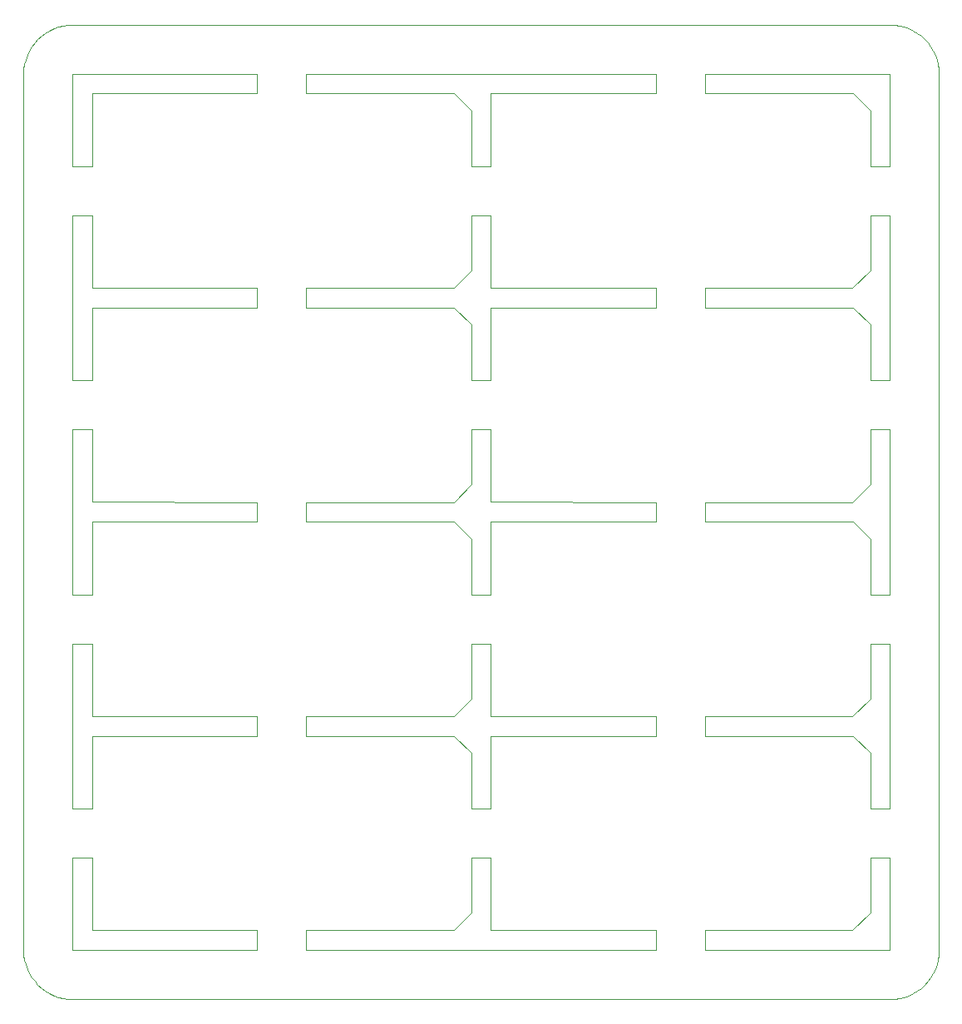
<source format=gbr>
%TF.GenerationSoftware,KiCad,Pcbnew,7.0.2*%
%TF.CreationDate,2023-05-26T21:55:48+09:00*%
%TF.ProjectId,kikit,6b696b69-742e-46b6-9963-61645f706362,rev?*%
%TF.SameCoordinates,Original*%
%TF.FileFunction,Profile,NP*%
%FSLAX46Y46*%
G04 Gerber Fmt 4.6, Leading zero omitted, Abs format (unit mm)*
G04 Created by KiCad (PCBNEW 7.0.2) date 2023-05-26 21:55:48*
%MOMM*%
%LPD*%
G01*
G04 APERTURE LIST*
%TA.AperFunction,Profile*%
%ADD10C,0.100000*%
%TD*%
G04 APERTURE END LIST*
D10*
X188110891Y-45007436D02*
X188110891Y-39397552D01*
X190110891Y-119180416D02*
X190600976Y-119156339D01*
X171305445Y-68586740D02*
X186321495Y-68590208D01*
X193282857Y-21134947D02*
X192888742Y-20842651D01*
X105913657Y-20096073D02*
X105437685Y-20215298D01*
X166305445Y-27000000D02*
X149500000Y-27000000D01*
X190600976Y-119156339D02*
X191086342Y-119084342D01*
X130694554Y-92385312D02*
X130694554Y-91385312D01*
X147500000Y-50547704D02*
X145747400Y-48795104D01*
X193282857Y-118045468D02*
X193646424Y-117715949D01*
X147500000Y-99782864D02*
X147500000Y-94137912D01*
X188110891Y-104782864D02*
X190110891Y-104782864D01*
X166305445Y-90380689D02*
X166305445Y-91385312D01*
X191562314Y-118965117D02*
X192024308Y-118799813D01*
X195014817Y-115155867D02*
X195086814Y-114670501D01*
X188110891Y-50547704D02*
X186358291Y-48795104D01*
X166305445Y-91385312D02*
X166305445Y-92385312D01*
X195014817Y-24024548D02*
X194895592Y-23548576D01*
X190110891Y-56192656D02*
X188110891Y-56192656D01*
X149500000Y-104782864D02*
X149500000Y-112171912D01*
X171305445Y-46791636D02*
X186321495Y-46795104D01*
X145710604Y-46795104D02*
X147500000Y-45007436D01*
X102104407Y-115631839D02*
X102269711Y-116093833D01*
X149500000Y-77987760D02*
X148500000Y-77987760D01*
X149500000Y-112171912D02*
X166305445Y-112175793D01*
X193646424Y-117715949D02*
X193975943Y-117352382D01*
X108889109Y-90376808D02*
X125694554Y-90380689D01*
X190110891Y-114180416D02*
X171305445Y-114180416D01*
X194520497Y-116537399D02*
X194730288Y-116093833D01*
X101889109Y-25000000D02*
X101889109Y-114180416D01*
X188110891Y-72342808D02*
X186358291Y-70590208D01*
X195086814Y-114670501D02*
X195110891Y-114180416D01*
X125694554Y-92385312D02*
X125694554Y-92385312D01*
X101985182Y-115155867D02*
X102104407Y-115631839D01*
X145710604Y-90385312D02*
X147500000Y-88597644D01*
X190110891Y-77987760D02*
X188110891Y-77987760D01*
X125694554Y-112175793D02*
X125694554Y-114180416D01*
X108889109Y-99782864D02*
X106889109Y-99782864D01*
X106889109Y-119180416D02*
X190110891Y-119180416D01*
X125694554Y-90380689D02*
X125694554Y-91385312D01*
X101889109Y-114180416D02*
X101913185Y-114670501D01*
X145747400Y-27000000D02*
X130694554Y-27000000D01*
X147500000Y-39397552D02*
X148500000Y-39397552D01*
X166305445Y-114180416D02*
X130694554Y-114180416D01*
X104532125Y-118590022D02*
X104975691Y-118799813D01*
X101913185Y-114670501D02*
X101985182Y-115155867D01*
X188110891Y-77987760D02*
X188110891Y-72342808D01*
X149500000Y-92385312D02*
X149500000Y-99782864D01*
X188110891Y-39397552D02*
X190110891Y-39397552D01*
X186321495Y-112180416D02*
X188110891Y-110392748D01*
X149500000Y-70590208D02*
X149500000Y-77987760D01*
X149500000Y-46786600D02*
X166305445Y-46790481D01*
X147500000Y-104782864D02*
X148500000Y-104782864D01*
X149500000Y-27000000D02*
X149500000Y-34397552D01*
X130694554Y-46791636D02*
X145710604Y-46795104D01*
X186358291Y-48795104D02*
X171305445Y-48795104D01*
X188110891Y-34397552D02*
X188110891Y-28752600D01*
X106889109Y-56192656D02*
X106889109Y-39397552D01*
X103024056Y-21828033D02*
X102731760Y-22222148D01*
X104111257Y-118337764D02*
X104532125Y-118590022D01*
X149500000Y-82987760D02*
X149500000Y-90376808D01*
X195110891Y-114180416D02*
X195110891Y-25000000D01*
X166305445Y-70590208D02*
X149500000Y-70590208D01*
X106889109Y-34397552D02*
X106889109Y-25000000D01*
X105437685Y-118965117D02*
X105913657Y-119084342D01*
X166305445Y-46790481D02*
X166305445Y-47795104D01*
X166305445Y-48795104D02*
X149500000Y-48795104D01*
X145747400Y-92385312D02*
X130694554Y-92385312D01*
X130694554Y-68586740D02*
X130694554Y-68586740D01*
X190110891Y-104782864D02*
X190110891Y-114180416D01*
X105437685Y-20215298D02*
X104975691Y-20380602D01*
X190600976Y-20024076D02*
X190110891Y-20000000D01*
X147500000Y-61192656D02*
X148500000Y-61192656D01*
X171305445Y-48795104D02*
X171305445Y-47795104D01*
X166305445Y-25000000D02*
X166305445Y-27000000D01*
X186358291Y-92385312D02*
X171305445Y-92385312D01*
X190110891Y-104782864D02*
X190110891Y-104782864D01*
X194895592Y-23548576D02*
X194730288Y-23086582D01*
X149500000Y-56192656D02*
X148500000Y-56192656D01*
X130694554Y-91385312D02*
X130694554Y-90381844D01*
X171305445Y-91385312D02*
X171305445Y-90381844D01*
X188110891Y-110392748D02*
X188110891Y-104782864D01*
X106399023Y-20024076D02*
X105913657Y-20096073D01*
X190110891Y-61192656D02*
X190110891Y-77987760D01*
X193975943Y-117352382D02*
X194268239Y-116958267D01*
X194520497Y-22643016D02*
X194268239Y-22222148D01*
X195086814Y-24509914D02*
X195014817Y-24024548D01*
X171305445Y-25000000D02*
X171305445Y-25000000D01*
X130694554Y-46791636D02*
X130694554Y-46791636D01*
X125694554Y-69590208D02*
X125694554Y-70590208D01*
X104111257Y-20842651D02*
X103717142Y-21134947D01*
X188110891Y-56192656D02*
X188110891Y-50547704D01*
X147500000Y-45007436D02*
X147500000Y-39397552D01*
X130694554Y-90381844D02*
X145710604Y-90385312D01*
X194895592Y-115631839D02*
X195014817Y-115155867D01*
X186358291Y-27000000D02*
X171305445Y-27000000D01*
X108889109Y-112171912D02*
X125694554Y-112175793D01*
X194268239Y-22222148D02*
X193975943Y-21828033D01*
X171305445Y-91385312D02*
X171305445Y-91385312D01*
X191086342Y-20096073D02*
X190600976Y-20024076D01*
X130694554Y-68586740D02*
X145710604Y-68590208D01*
X108889109Y-34397552D02*
X106889109Y-34397552D01*
X192467874Y-20590393D02*
X192024308Y-20380602D01*
X125694554Y-92385312D02*
X108889109Y-92385312D01*
X145710604Y-68590208D02*
X147500000Y-66802540D01*
X130694554Y-112176948D02*
X145710604Y-112180416D01*
X103353575Y-117715949D02*
X103717142Y-118045468D01*
X106889109Y-114180416D02*
X106889109Y-114180416D01*
X106889109Y-104782864D02*
X108889109Y-104782864D01*
X171305445Y-27000000D02*
X171305445Y-25000000D01*
X125694554Y-114180416D02*
X106889109Y-114180416D01*
X171305445Y-70590208D02*
X171305445Y-69590208D01*
X147500000Y-77987760D02*
X147500000Y-72342808D01*
X130694554Y-69590208D02*
X130694554Y-68586740D01*
X106889109Y-20000000D02*
X106399023Y-20024076D01*
X104975691Y-118799813D02*
X105437685Y-118965117D01*
X108889109Y-77987760D02*
X106889109Y-77987760D01*
X192024308Y-118799813D02*
X192467874Y-118590022D01*
X190110891Y-99782864D02*
X188110891Y-99782864D01*
X108889109Y-68581704D02*
X125694554Y-68585585D01*
X104975691Y-20380602D02*
X104532125Y-20590393D01*
X171305445Y-114180416D02*
X171305445Y-112176948D01*
X166305445Y-47795104D02*
X166305445Y-48795104D01*
X103353575Y-21464466D02*
X103024056Y-21828033D01*
X108889109Y-82987760D02*
X108889109Y-90376808D01*
X104532125Y-20590393D02*
X104111257Y-20842651D01*
X186358291Y-70590208D02*
X171305445Y-70590208D01*
X195110891Y-25000000D02*
X195086814Y-24509914D01*
X149500000Y-90376808D02*
X166305445Y-90380689D01*
X108889109Y-27000000D02*
X108889109Y-34397552D01*
X148500000Y-61192656D02*
X149500000Y-61192656D01*
X145747400Y-48795104D02*
X130694554Y-48795104D01*
X108889109Y-104782864D02*
X108889109Y-112171912D01*
X125694554Y-25000000D02*
X125694554Y-27000000D01*
X148500000Y-104782864D02*
X149500000Y-104782864D01*
X171305445Y-47795104D02*
X171305445Y-46791636D01*
X102479502Y-116537399D02*
X102731760Y-116958267D01*
X147500000Y-72342808D02*
X145747400Y-70590208D01*
X130694554Y-48795104D02*
X130694554Y-47795104D01*
X148500000Y-104782864D02*
X148500000Y-104782864D01*
X149500000Y-34397552D02*
X148500000Y-34397552D01*
X171305445Y-112176948D02*
X186321495Y-112180416D01*
X195014817Y-24024548D02*
X195014817Y-24024548D01*
X171305445Y-69590208D02*
X171305445Y-68586740D01*
X108889109Y-70590208D02*
X108889109Y-77987760D01*
X148500000Y-99782864D02*
X147500000Y-99782864D01*
X171305445Y-47795104D02*
X171305445Y-47795104D01*
X188110891Y-82987760D02*
X190110891Y-82987760D01*
X149500000Y-39397552D02*
X149500000Y-46786600D01*
X186321495Y-90385312D02*
X188110891Y-88597644D01*
X108889109Y-48795104D02*
X108889109Y-56192656D01*
X191086342Y-119084342D02*
X191562314Y-118965117D01*
X102269711Y-116093833D02*
X102479502Y-116537399D01*
X125694554Y-27000000D02*
X108889109Y-27000000D01*
X149500000Y-68581704D02*
X166305445Y-68585585D01*
X130694554Y-47795104D02*
X130694554Y-46791636D01*
X147500000Y-56192656D02*
X147500000Y-50547704D01*
X130694554Y-114180416D02*
X130694554Y-112176948D01*
X125694554Y-47795104D02*
X125694554Y-48795104D01*
X149500000Y-48795104D02*
X149500000Y-56192656D01*
X148500000Y-39397552D02*
X149500000Y-39397552D01*
X149500000Y-61192656D02*
X149500000Y-68581704D01*
X194268239Y-116958267D02*
X194520497Y-116537399D01*
X188110891Y-94137912D02*
X186358291Y-92385312D01*
X192888742Y-118337764D02*
X193282857Y-118045468D01*
X190110891Y-25000000D02*
X190110891Y-34397552D01*
X166305445Y-68585585D02*
X166305445Y-69590208D01*
X103717142Y-21134947D02*
X103353575Y-21464466D01*
X103717142Y-118045468D02*
X104111257Y-118337764D01*
X190110891Y-82987760D02*
X190110891Y-99782864D01*
X106889109Y-99782864D02*
X106889109Y-82987760D01*
X125694554Y-68585585D02*
X125694554Y-69590208D01*
X102731760Y-22222148D02*
X102479502Y-22643016D01*
X193975943Y-21828033D02*
X193646424Y-21464466D01*
X147500000Y-66802540D02*
X147500000Y-61192656D01*
X188110891Y-28752600D02*
X186358291Y-27000000D01*
X125694554Y-48795104D02*
X125694554Y-48795104D01*
X102269711Y-23086582D02*
X102104407Y-23548576D01*
X130694554Y-70590208D02*
X130694554Y-69590208D01*
X102731760Y-116958267D02*
X103024056Y-117352382D01*
X171305445Y-25000000D02*
X190110891Y-25000000D01*
X106889109Y-25000000D02*
X125694554Y-25000000D01*
X106889109Y-82987760D02*
X108889109Y-82987760D01*
X102479502Y-22643016D02*
X102269711Y-23086582D01*
X171305445Y-92385312D02*
X171305445Y-91385312D01*
X148500000Y-56192656D02*
X147500000Y-56192656D01*
X130694554Y-25000000D02*
X166305445Y-25000000D01*
X148500000Y-77987760D02*
X147500000Y-77987760D01*
X147500000Y-28752600D02*
X145747400Y-27000000D01*
X171305445Y-90381844D02*
X186321495Y-90385312D01*
X191562314Y-20215298D02*
X191086342Y-20096073D01*
X145710604Y-112180416D02*
X147500000Y-110392748D01*
X105913657Y-119084342D02*
X106399023Y-119156339D01*
X149500000Y-99782864D02*
X148500000Y-99782864D01*
X108889109Y-92385312D02*
X108889109Y-99782864D01*
X101913185Y-24509914D02*
X101889109Y-25000000D01*
X192467874Y-118590022D02*
X192888742Y-118337764D01*
X188110891Y-66802540D02*
X188110891Y-61192656D01*
X130694554Y-27000000D02*
X130694554Y-25000000D01*
X188110891Y-88597644D02*
X188110891Y-82987760D01*
X147500000Y-34397552D02*
X147500000Y-28752600D01*
X108889109Y-61192656D02*
X108889109Y-68581704D01*
X192888742Y-20842651D02*
X192467874Y-20590393D01*
X102104407Y-23548576D02*
X101985182Y-24024548D01*
X125694554Y-48795104D02*
X108889109Y-48795104D01*
X190110891Y-34397552D02*
X188110891Y-34397552D01*
X171305445Y-69590208D02*
X171305445Y-69590208D01*
X188110891Y-61192656D02*
X190110891Y-61192656D01*
X101985182Y-24024548D02*
X101913185Y-24509914D01*
X108889109Y-56192656D02*
X106889109Y-56192656D01*
X194730288Y-23086582D02*
X194520497Y-22643016D01*
X194730288Y-116093833D02*
X194895592Y-115631839D01*
X166305445Y-112175793D02*
X166305445Y-114180416D01*
X193646424Y-21464466D02*
X193282857Y-21134947D01*
X147500000Y-88597644D02*
X147500000Y-82987760D01*
X125694554Y-70590208D02*
X125694554Y-70590208D01*
X148500000Y-34397552D02*
X147500000Y-34397552D01*
X186321495Y-68590208D02*
X188110891Y-66802540D01*
X108889109Y-39397552D02*
X108889109Y-46786600D01*
X147500000Y-110392748D02*
X147500000Y-104782864D01*
X147500000Y-94137912D02*
X145747400Y-92385312D01*
X106889109Y-114180416D02*
X106889109Y-104782864D01*
X106889109Y-77987760D02*
X106889109Y-61192656D01*
X106399023Y-119156339D02*
X106889109Y-119180416D01*
X106889109Y-39397552D02*
X108889109Y-39397552D01*
X125694554Y-27000000D02*
X125694554Y-27000000D01*
X190110891Y-39397552D02*
X190110891Y-56192656D01*
X130694554Y-90381844D02*
X130694554Y-90381844D01*
X190110891Y-20000000D02*
X106889109Y-20000000D01*
X147500000Y-34397552D02*
X147500000Y-34397552D01*
X125694554Y-70590208D02*
X108889109Y-70590208D01*
X106889109Y-61192656D02*
X108889109Y-61192656D01*
X125694554Y-91385312D02*
X125694554Y-92385312D01*
X192024308Y-20380602D02*
X191562314Y-20215298D01*
X166305445Y-92385312D02*
X149500000Y-92385312D01*
X186321495Y-46795104D02*
X188110891Y-45007436D01*
X148500000Y-82987760D02*
X149500000Y-82987760D01*
X108889109Y-46786600D02*
X125694554Y-46790481D01*
X166305445Y-69590208D02*
X166305445Y-70590208D01*
X103024056Y-117352382D02*
X103353575Y-117715949D01*
X147500000Y-82987760D02*
X148500000Y-82987760D01*
X145747400Y-70590208D02*
X130694554Y-70590208D01*
X125694554Y-46790481D02*
X125694554Y-47795104D01*
X188110891Y-99782864D02*
X188110891Y-94137912D01*
M02*

</source>
